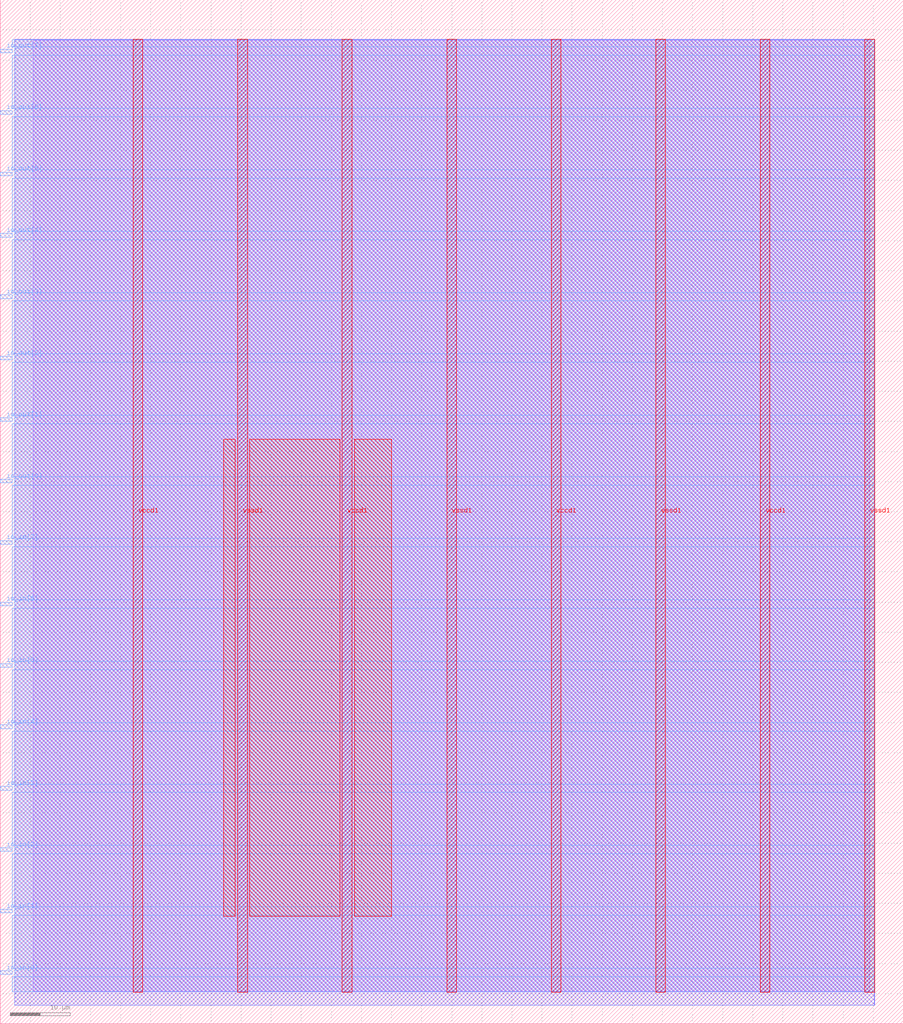
<source format=lef>
VERSION 5.7 ;
  NOWIREEXTENSIONATPIN ON ;
  DIVIDERCHAR "/" ;
  BUSBITCHARS "[]" ;
MACRO wren6991_whisk_tt2_io_wrapper
  CLASS BLOCK ;
  FOREIGN wren6991_whisk_tt2_io_wrapper ;
  ORIGIN 0.000 0.000 ;
  SIZE 150.000 BY 170.000 ;
  PIN io_in[0]
    DIRECTION INPUT ;
    USE SIGNAL ;
    PORT
      LAYER met3 ;
        RECT 0.000 8.200 2.000 8.800 ;
    END
  END io_in[0]
  PIN io_in[1]
    DIRECTION INPUT ;
    USE SIGNAL ;
    PORT
      LAYER met3 ;
        RECT 0.000 18.400 2.000 19.000 ;
    END
  END io_in[1]
  PIN io_in[2]
    DIRECTION INPUT ;
    USE SIGNAL ;
    PORT
      LAYER met3 ;
        RECT 0.000 28.600 2.000 29.200 ;
    END
  END io_in[2]
  PIN io_in[3]
    DIRECTION INPUT ;
    USE SIGNAL ;
    PORT
      LAYER met3 ;
        RECT 0.000 38.800 2.000 39.400 ;
    END
  END io_in[3]
  PIN io_in[4]
    DIRECTION INPUT ;
    USE SIGNAL ;
    PORT
      LAYER met3 ;
        RECT 0.000 49.000 2.000 49.600 ;
    END
  END io_in[4]
  PIN io_in[5]
    DIRECTION INPUT ;
    USE SIGNAL ;
    PORT
      LAYER met3 ;
        RECT 0.000 59.200 2.000 59.800 ;
    END
  END io_in[5]
  PIN io_in[6]
    DIRECTION INPUT ;
    USE SIGNAL ;
    PORT
      LAYER met3 ;
        RECT 0.000 69.400 2.000 70.000 ;
    END
  END io_in[6]
  PIN io_in[7]
    DIRECTION INPUT ;
    USE SIGNAL ;
    PORT
      LAYER met3 ;
        RECT 0.000 79.600 2.000 80.200 ;
    END
  END io_in[7]
  PIN io_out[0]
    DIRECTION OUTPUT TRISTATE ;
    USE SIGNAL ;
    PORT
      LAYER met3 ;
        RECT 0.000 89.800 2.000 90.400 ;
    END
  END io_out[0]
  PIN io_out[1]
    DIRECTION OUTPUT TRISTATE ;
    USE SIGNAL ;
    PORT
      LAYER met3 ;
        RECT 0.000 100.000 2.000 100.600 ;
    END
  END io_out[1]
  PIN io_out[2]
    DIRECTION OUTPUT TRISTATE ;
    USE SIGNAL ;
    PORT
      LAYER met3 ;
        RECT 0.000 110.200 2.000 110.800 ;
    END
  END io_out[2]
  PIN io_out[3]
    DIRECTION OUTPUT TRISTATE ;
    USE SIGNAL ;
    PORT
      LAYER met3 ;
        RECT 0.000 120.400 2.000 121.000 ;
    END
  END io_out[3]
  PIN io_out[4]
    DIRECTION OUTPUT TRISTATE ;
    USE SIGNAL ;
    PORT
      LAYER met3 ;
        RECT 0.000 130.600 2.000 131.200 ;
    END
  END io_out[4]
  PIN io_out[5]
    DIRECTION OUTPUT TRISTATE ;
    USE SIGNAL ;
    PORT
      LAYER met3 ;
        RECT 0.000 140.800 2.000 141.400 ;
    END
  END io_out[5]
  PIN io_out[6]
    DIRECTION OUTPUT TRISTATE ;
    USE SIGNAL ;
    PORT
      LAYER met3 ;
        RECT 0.000 151.000 2.000 151.600 ;
    END
  END io_out[6]
  PIN io_out[7]
    DIRECTION OUTPUT TRISTATE ;
    USE SIGNAL ;
    PORT
      LAYER met3 ;
        RECT 0.000 161.200 2.000 161.800 ;
    END
  END io_out[7]
  PIN vccd1
    DIRECTION INOUT ;
    USE POWER ;
    PORT
      LAYER met4 ;
        RECT 22.085 5.200 23.685 163.440 ;
    END
    PORT
      LAYER met4 ;
        RECT 56.815 5.200 58.415 163.440 ;
    END
    PORT
      LAYER met4 ;
        RECT 91.545 5.200 93.145 163.440 ;
    END
    PORT
      LAYER met4 ;
        RECT 126.275 5.200 127.875 163.440 ;
    END
  END vccd1
  PIN vssd1
    DIRECTION INOUT ;
    USE GROUND ;
    PORT
      LAYER met4 ;
        RECT 39.450 5.200 41.050 163.440 ;
    END
    PORT
      LAYER met4 ;
        RECT 74.180 5.200 75.780 163.440 ;
    END
    PORT
      LAYER met4 ;
        RECT 108.910 5.200 110.510 163.440 ;
    END
    PORT
      LAYER met4 ;
        RECT 143.640 5.200 145.240 163.440 ;
    END
  END vssd1
  OBS
      LAYER li1 ;
        RECT 5.520 5.355 144.440 163.285 ;
      LAYER met1 ;
        RECT 2.370 3.100 145.240 163.440 ;
      LAYER met2 ;
        RECT 2.390 3.070 145.210 163.385 ;
      LAYER met3 ;
        RECT 2.000 162.200 145.230 163.365 ;
        RECT 2.400 160.800 145.230 162.200 ;
        RECT 2.000 152.000 145.230 160.800 ;
        RECT 2.400 150.600 145.230 152.000 ;
        RECT 2.000 141.800 145.230 150.600 ;
        RECT 2.400 140.400 145.230 141.800 ;
        RECT 2.000 131.600 145.230 140.400 ;
        RECT 2.400 130.200 145.230 131.600 ;
        RECT 2.000 121.400 145.230 130.200 ;
        RECT 2.400 120.000 145.230 121.400 ;
        RECT 2.000 111.200 145.230 120.000 ;
        RECT 2.400 109.800 145.230 111.200 ;
        RECT 2.000 101.000 145.230 109.800 ;
        RECT 2.400 99.600 145.230 101.000 ;
        RECT 2.000 90.800 145.230 99.600 ;
        RECT 2.400 89.400 145.230 90.800 ;
        RECT 2.000 80.600 145.230 89.400 ;
        RECT 2.400 79.200 145.230 80.600 ;
        RECT 2.000 70.400 145.230 79.200 ;
        RECT 2.400 69.000 145.230 70.400 ;
        RECT 2.000 60.200 145.230 69.000 ;
        RECT 2.400 58.800 145.230 60.200 ;
        RECT 2.000 50.000 145.230 58.800 ;
        RECT 2.400 48.600 145.230 50.000 ;
        RECT 2.000 39.800 145.230 48.600 ;
        RECT 2.400 38.400 145.230 39.800 ;
        RECT 2.000 29.600 145.230 38.400 ;
        RECT 2.400 28.200 145.230 29.600 ;
        RECT 2.000 19.400 145.230 28.200 ;
        RECT 2.400 18.000 145.230 19.400 ;
        RECT 2.000 9.200 145.230 18.000 ;
        RECT 2.400 7.800 145.230 9.200 ;
        RECT 2.000 5.275 145.230 7.800 ;
      LAYER met4 ;
        RECT 37.095 17.855 39.050 97.065 ;
        RECT 41.450 17.855 56.415 97.065 ;
        RECT 58.815 17.855 65.025 97.065 ;
  END
END wren6991_whisk_tt2_io_wrapper
END LIBRARY


</source>
